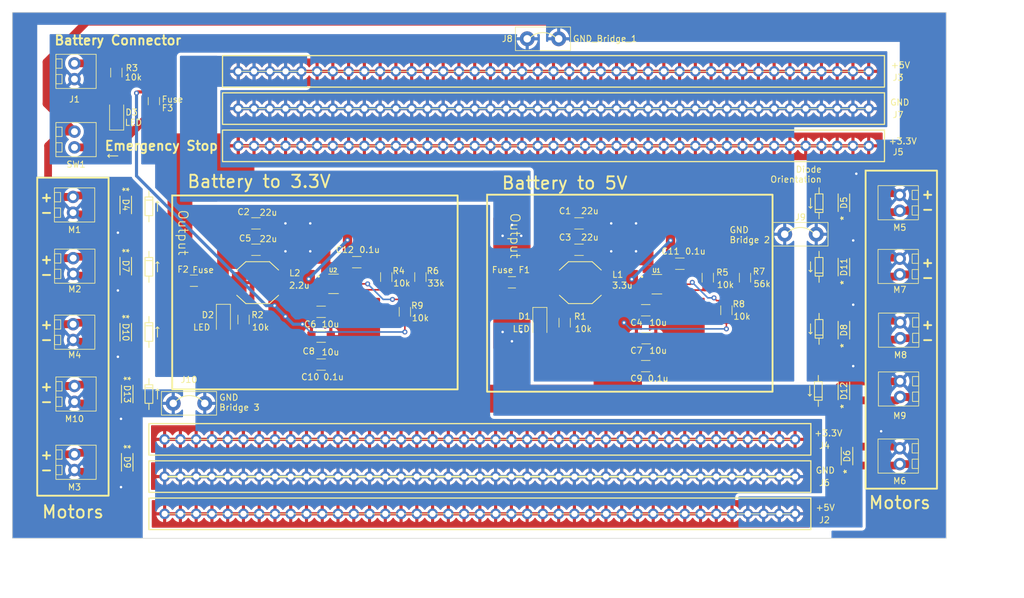
<source format=kicad_pcb>
(kicad_pcb (version 20221018) (generator pcbnew)
  (layers (0 "F.Cu" signal) (31 "B.Cu" signal) (34 "B.Paste" user) (35 "F.Paste" user) (36 "B.SilkS" user "B.Silkscreen") (37 "F.SilkS" user "F.Silkscreen") (38 "B.Mask" user) (39 "F.Mask" user) (44 "Edge.Cuts" user))
  (net 0 "")
  (net 1 "+5V")
  (net 2 "GND")
  (net 3 "+3.3V")
  (net 4 "/vin")
  (net 5 "/sw1")
  (net 6 "/vbst1")
  (net 7 "/sw2")
  (net 8 "/vbst2")
  (net 9 "/vfb2")
  (net 10 "/vfb1")
  (net 11 "/en1")
  (net 12 "/en2")
  (net 13 "/vout1")
  (net 14 "/vout2")
  (net 15 "Net-(D1-A)")
  (net 16 "+12V")
  (net 17 "Net-(D2-A)")
  (net 18 "Net-(D3-K)")
  (net 19 "Net-(D3-A)")
  (footprint "Power_Dist:GND_Bridge" (layer "F.Cu") (at 209 55.25)
    (fp_text reference "J9")
    (fp_text value "GND_Bridge_2" hide)
  )
  (footprint "RB070MM:DIO_RB051MM_ROM-M" (layer "F.Cu") (at 216 80.5 90)
    (fp_text reference "D12")
    (fp_text value "D")
  )
  (footprint "Power_Dist:Molex_Screw_Term_0397730002" (layer "F.Cu") (at 92 92 -90)
    (fp_text reference "M3")
    (fp_text value "Motor_DC")
  )
  (footprint "RB070MM:DIO_RB051MM_ROM-M" (layer "F.Cu") (at 216 50.17025 90)
    (fp_text reference "D5")
    (fp_text value "D")
  )
  (footprint "Capacitor_SMD:C_1206_3216Metric_Pad1.33x1.80mm_HandSolder" (layer "F.Cu") (at 131.75 71.75 180)
    (fp_text reference "C8")
    (fp_text value "10u")
  )
  (footprint "Power_Dist:GND_Bridge" (layer "F.Cu") (at 167.5 23.75)
    (fp_text reference "J8")
    (fp_text value "GND_Bridge_1")
  )
  (footprint "Power_Dist:Molex_Screw_Term_0397730002" (layer "F.Cu") (at 225 60.43645 90)
    (fp_text reference "M7")
    (fp_text value "Motor_DC")
  )
  (footprint "Power_Dist:Molex_Screw_Term_0397730002" (layer "F.Cu") (at 91.798 60.3981 -90)
    (fp_text reference "M2")
    (fp_text value "Motor_DC")
  )
  (footprint "Power_Dist:Pwr_Rail_Conn_Custom" (layer "F.Cu") (at 171.74 41 -90)
    (fp_text reference "J5")
    (fp_text value "+3.3V")
  )
  (footprint "Capacitor_SMD:C_1206_3216Metric_Pad1.33x1.80mm_HandSolder" (layer "F.Cu") (at 173.3125 57.75)
    (fp_text reference "C3")
    (fp_text value "22u")
  )
  (footprint "L_TDK_SPM6530:IND_SPM6530_TDK" (layer "F.Cu") (at 173.5 63)
    (fp_text reference "L1")
    (fp_text value "3.3u")
  )
  (footprint "RB070MM:DIO_RB051MM_ROM-M" (layer "F.Cu") (at 100.266 50.524 -90)
    (fp_text reference "D4")
    (fp_text value "D")
  )
  (footprint "Power_Dist:Molex_Screw_Term_0397730002" (layer "F.Cu") (at 225.0729 70.71 90)
    (fp_text reference "M8")
    (fp_text value "Motor_DC")
  )
  (footprint "RB070MM:DIO_RB051MM_ROM-M" (layer "F.Cu") (at 100.5 81 -90)
    (fp_text reference "D13")
    (fp_text value "D")
  )
  (footprint "RB070MM:DIO_RB051MM_ROM-M" (layer "F.Cu") (at 100.5 92 -90)
    (fp_text reference "D9")
    (fp_text value "D")
  )
  (footprint "Power_Dist:Molex_Screw_Term_0397730002" (layer "F.Cu") (at 225.0557 80.1851 90)
    (fp_text reference "M9")
    (fp_text value "Motor_DC")
  )
  (footprint "Capacitor_SMD:C_1206_3216Metric_Pad1.33x1.80mm_HandSolder" (layer "F.Cu") (at 184.0625 67.5 180)
    (fp_text reference "C4")
    (fp_text value "10u")
  )
  (footprint "LED_SMD:LED_1206_3216Metric_Pad1.42x1.75mm_HandSolder" (layer "F.Cu") (at 98.8 36 90)
    (fp_text reference "D3")
    (fp_text value "LED")
  )
  (footprint "Resistor_SMD:R_1206_3216Metric_Pad1.30x1.75mm_HandSolder" (layer "F.Cu") (at 171 69.5 -90)
    (fp_text reference "R1")
    (fp_text value "10k")
  )
  (footprint "Capacitor_SMD:C_1206_3216Metric_Pad1.33x1.80mm_HandSolder" (layer "F.Cu") (at 184.0625 76.5 180)
    (fp_text reference "C9")
    (fp_text value "0.1u")
  )
  (footprint "L_TDK_SPM6530:IND_SPM6530_TDK" (layer "F.Cu") (at 121.5 63)
    (fp_text reference "L2")
    (fp_text value "2.2u")
  )
  (footprint "Power_Dist:Pwr_Rail_Conn_Custom" (layer "F.Cu") (at 171.74 35 -90)
    (fp_text reference "J7")
    (fp_text value "GND")
  )
  (footprint "Capacitor_SMD:C_1206_3216Metric_Pad1.33x1.80mm_HandSolder" (layer "F.Cu") (at 173.3125 53.5)
    (fp_text reference "C1")
    (fp_text value "22u")
  )
  (footprint "Power_Dist:Pwr_Rail_Conn_Custom" (layer "F.Cu") (at 159.873 94.305 -90)
    (fp_text reference "J6")
    (fp_text value "GND")
  )
  (footprint "Capacitor_SMD:C_1206_3216Metric_Pad1.33x1.80mm_HandSolder" (layer "F.Cu") (at 137.5 59.75)
    (fp_text reference "C12")
    (fp_text value "0.1u")
  )
  (footprint "Fuse:Fuse_1206_3216Metric_Pad1.42x1.75mm_HandSolder" (layer "F.Cu") (at 111.252 62.738)
    (fp_text reference "F2")
    (fp_text value "Fuse")
  )
  (footprint "Power_Dist:TPS565201" (layer "F.Cu") (at 185.8625 63.30375)
    (fp_text reference "U1")
    (fp_text value "TPS565201")
  )
  (footprint "Power_Dist:Molex_Screw_Term_0397730002" (layer "F.Cu") (at 92 29 -90)
    (fp_text reference "J1")
    (fp_text value "Battery Connector")
  )
  (footprint "RB070MM:DIO_RB051MM_ROM-M" (layer "F.Cu") (at 100.266 60.3981 -90)
    (fp_text reference "D7")
    (fp_text value "D")
  )
  (footprint "Resistor_SMD:R_1206_3216Metric_Pad1.30x1.75mm_HandSolder" (layer "F.Cu") (at 194.0625 62.25 -90)
    (fp_text reference "R5")
    (fp_text value "10k")
  )
  (footprint "Power_Dist:Pwr_Rail_Conn_Custom" (layer "F.Cu") (at 171.74 29 -90)
    (fp_text reference "J3")
    (fp_text value "+5V")
  )
  (footprint "Resistor_SMD:R_1206_3216Metric_Pad1.30x1.75mm_HandSolder" (layer "F.Cu") (at 200.0625 62.25 90)
    (fp_text reference "R7")
    (fp_text value "56k")
  )
  (footprint "Power_Dist:Molex_Screw_Term_0397730002" (layer "F.Cu") (at 225 91 90)
    (fp_text reference "M6")
    (fp_text value "Motor_DC")
  )
  (footprint "Capacitor_SMD:C_1206_3216Metric_Pad1.33x1.80mm_HandSolder" (layer "F.Cu") (at 121.25 57.75)
    (fp_text reference "C5")
    (fp_text value "22u")
  )
  (footprint "Power_Dist:GND_Bridge" (layer "F.Cu") (at 110.46 82.5)
    (fp_text reference "J10")
    (fp_text value "GND_Bridge_3" hide)
  )
  (footprint "Power_Dist:TPS565201" (layer "F.Cu") (at 133.75 63.25)
    (fp_text reference "U2")
    (fp_text value "TPS565201")
  )
  (footprint "Fuse:Fuse_1206_3216Metric_Pad1.42x1.75mm_HandSolder" (layer "F.Cu") (at 162.5 63)
    (fp_text reference "F1")
    (fp_text value "Fuse")
  )
  (footprint "Power_Dist:Molex_Screw_Term_0397730002" (layer "F.Cu") (at 91.766 50.524 -90)
    (fp_text reference "M1")
    (fp_text value "Motor_DC")
  )
  (footprint "Power_Dist:Molex_Screw_Term_0397730002" (layer "F.Cu") (at 225 50.17025 90)
    (fp_text reference "M5")
    (fp_text value "Motor_DC")
  )
  (footprint "Resistor_SMD:R_1206_3216Metric_Pad1.30x1.75mm_HandSolder" (layer "F.Cu") (at 119.25 69 -90)
    (fp_text reference "R2")
    (fp_text value "10k")
  )
  (footprint "Resistor_SMD:R_1206_3216Metric_Pad1.30x1.75mm_HandSolder" (layer "F.Cu") (at 142.25 62.15 -90)
    (fp_text reference "R4")
    (fp_text value "10k")
  )
  (footprint "RB070MM:DIO_RB051MM_ROM-M" (layer "F.Cu") (at 216 70.71 90)
    (fp_text reference "D8")
    (fp_text value "D")
  )
  (footprint "Capacitor_SMD:C_1206_3216Metric_Pad1.33x1.80mm_HandSolder" (layer "F.Cu") (at 131.75 67.75 180)
    (fp_text reference "C6")
    (fp_text value "10u")
  )
  (footprint "Power_Dist:Pwr_Rail_Conn_Custom" (layer "F.Cu") (at 159.873 88.305 -90)
    (fp_text reference "J4")
    (fp_text value "+3.3V")
  )
  (footprint "RB070MM:DIO_RB051MM_ROM-M" (layer "F.Cu") (at 216.5 91 90)
    (fp_text reference "D6")
    (fp_text value "D")
  )
  (footprint "Power_Dist:Pwr_Rail_Conn_Custom" (layer "F.Cu") (at 159.873 100.305 -90)
    (fp_text reference "J2")
    (fp_text value "+5V")
  )
  (footprint "Resistor_SMD:R_1206_3216Metric_Pad1.30x1.75mm_HandSolder" (layer "F.Cu") (at 145.25 67.75 -90)
    (fp_text reference "R9")
    (fp_text value "10k")
  )
  (footprint "LED_SMD:LED_1206_3216Metric_Pad1.42x1.75mm_HandSolder" (layer "F.Cu") (at 167 69.5 -90)
    (fp_text reference "D1")
    (fp_text value "LED")
  )
  (footprint "Power_Dist:Molex_Screw_Term_0397730002" (layer "F.Cu") (at 92 40 -90)
    (fp_text reference "SW1")
    (fp_text value "Emergency Stop")
  )
  (footprint "Resistor_SMD:R_1206_3216Metric_Pad1.30x1.75mm_HandSolder" (layer "F.Cu") (at 98.75 29.2 -90)
    (fp_text reference "R3")
    (fp_text value "10k")
  )
  (footprint "RB070MM:DIO_RB051MM_ROM-M" (layer "F.Cu") (at 100.266 71.0385 -90)
    (fp_text reference "D10")
    (fp_text value "D")
  )
  (footprint "Capacitor_SMD:C_1206_3216Metric_Pad1.33x1.80mm_HandSolder" (layer "F.Cu") (at 184.125 72 180)
    (fp_text reference "C7")
    (fp_text value "10u")
  )
  (footprint "Power_Dist:Molex_Screw_Term_0397730002" (layer "F.Cu") (at 92 81 -90)
    (fp_text reference "M10")
    (fp_text value "Motor_DC")
  )
  (footprint "Capacitor_SMD:C_1206_3216Metric_Pad1.33x1.80mm_HandSolder" (layer "F.Cu") (at 131.75 76.25 180)
    (fp_text reference "C10")
    (fp_text value "0.1u")
  )
  (footprint "Fuse:Fuse_1206_3216Metric_Pad1.42x1.75mm_HandSolder" (layer "F.Cu") (at 104.8 33.8 -90)
    (fp_text reference "F3")
    (fp_text value "Fuse")
  )
  (footprint "LED_SMD:LED_1206_3216Metric_Pad1.42x1.75mm_HandSolder" (layer "F.Cu") (at 116 69 -90)
    (fp_text reference "D2")
    (fp_text value "LED")
  )
  (footprint "Capacitor_SMD:C_1206_3216Metric_Pad1.33x1.80mm_HandSolder" (layer "F.Cu") (at 189.5625 60)
    (fp_text reference "C11")
    (fp_text value "0.1u")
  )
  (footprint "Capacitor_SMD:C_1206_3216Metric_Pad1.33x1.80mm_HandSolder" (layer "F.Cu") (at 121.25 53.5)
    (fp_text reference "C2")
    (fp_text value "22u")
  )
  (footprint "Resistor_SMD:R_1206_3216Metric_Pad1.30x1.75mm_HandSolder" (layer "F.Cu") (at 147.75 62.15 90)
    (fp_text reference "R6")
    (fp_text value "33k")
  )
  (footprint "Power_Dist:Molex_Screw_Term_0397730002" (layer "F.Cu") (at 91.782 71.0385 -90)
    (fp_text reference "M4")
    (fp_text value "Motor_DC")
  )
  (footprint "RB070MM:DIO_RB051MM_ROM-M" (layer "F.Cu") (at 216 60.54485 90)
    (fp_text reference "D11")
    (fp_text value "D")
  )
  (footprint "Resistor_SMD:R_1206_3216Metric_Pad1.30x1.75mm_HandSolder" (layer "F.Cu") (at 197.0625 67.5 -90)
    (fp_text reference "R8")
    (fp_text value "10k")
  )
  (gr_line (start 97.375 42.625) (end 97.625 42.375) (stroke (width 0.15)) (layer "F.SilkS"))
  (gr_line (start 104 52.25) (end 104 53.25) (stroke (width 0.15)) (layer "F.SilkS"))
  (gr_rect (start 219.5 45) (end 231 96.25) (stroke (width 0.3)) (fill none) (layer "F.SilkS"))
  (gr_line (start 105.375 71.8125) (end 105.375 70.1875) (stroke (width 0.15)) (layer "F.SilkS"))
  (gr_line (start 210.5 81.3125) (end 210.25 81.0625) (stroke (width 0.15)) (layer "F.SilkS"))
  (gr_line (start 105.375 80.1875) (end 105.625 80.4375) (stroke (width 0.15)) (layer "F.SilkS"))
  (gr_line (start 105.375 61.3125) (end 105.375 59.6875) (stroke (width 0.15)) (layer "F.SilkS"))
  (gr_line (start 105.375 70.1875) (end 105.625 70.4375) (stroke (width 0.15)) (layer "F.SilkS"))
  (gr_arc (start 165 24.09317) (mid 167.5 22.75) (end 170 24.09317) (stroke (width 0.15)) (layer "F.SilkS"))
  (gr_line (start 105.375 80.1875) (end 105.125 80.4375) (stroke (width 0.15)) (layer "F.SilkS"))
  (gr_line (start 105.375 59.6875) (end 105.125 59.9375) (stroke (width 0.15)) (layer "F.SilkS"))
  (gr_line (start 211.875 79) (end 211.875 78) (stroke (width 0.15)) (layer "F.SilkS"))
  (gr_line (start 210.625 71.3125) (end 210.875 71.0625) (stroke (width 0.15)) (layer "F.SilkS"))
  (gr_line (start 212 62) (end 212 63) (stroke (width 0.15)) (layer "F.SilkS"))
  (gr_line (start 105.375 49.9375) (end 105.125 50.1875) (stroke (width 0.15)) (layer "F.SilkS"))
  (gr_line (start 212 72) (end 212 73) (stroke (width 0.15)) (layer "F.SilkS"))
  (gr_arc (start 108 82.59317) (mid 110.5 81.25) (end 113 82.59317) (stroke (width 0.15)) (layer "F.SilkS"))
  (gr_line (start 210.625 51.0625) (end 210.875 50.8125) (stroke (width 0.15)) (layer "F.SilkS"))
  (gr_line (start 211.875 82) (end 211.875 83) (stroke (width 0.15)) (layer "F.SilkS"))
  (gr_line (start 105.375 59.6875) (end 105.625 59.9375) (stroke (width 0.15)) (layer "F.SilkS"))
  (gr_line (start 103.375 70) (end 104.625 70) (stroke (width 0.15)) (layer "F.SilkS"))
  (gr_line (start 210.625 49.4375) (end 210.625 51.0625) (stroke (width 0.15)) (layer "F.SilkS"))
  (gr_rect (start 103.375 79.5) (end 104.625 82.5) (stroke (width 0.15)) (fill none) (layer "F.SilkS"))
  (gr_line (start 210.625 61.3125) (end 210.375 61.0625) (stroke (width 0.15)) (layer "F.SilkS"))
  (gr_rect (start 158.5 48.875) (end 204.5 80.625) (stroke (width 0.3)) (fill none) (layer "F.SilkS"))
  (gr_rect (start 103.375 49.25) (end 104.625 52.25) (stroke (width 0.15)) (fill none) (layer "F.SilkS"))
  (gr_line (start 212 51.75) (end 212 52.75) (stroke (width 0.15)) (layer "F.SilkS"))
  (gr_line (start 210.625 59.6875) (end 210.625 61.3125) (stroke (width 0.15)) (layer "F.SilkS"))
  (gr_line (start 210.625 51.0625) (end 210.375 50.8125) (stroke (width 0.15)) (layer "F.SilkS"))
  (gr_rect (start 86 46.133) (end 97.5 97.383) (stroke (width 0.3)) (fill none) (layer "F.SilkS"))
  (gr_line (start 103.375 80) (end 104.625 80) (stroke (width 0.15)) (layer "F.SilkS"))
  (gr_rect (start 211.375 69) (end 212.625 72) (stroke (width 0.15)) (fill none) (layer "F.SilkS"))
  (gr_line (start 97.375 42.625) (end 97.625 42.875) (stroke (width 0.15)) (layer "F.SilkS"))
  (gr_rect (start 103.375 69.5) (end 104.625 72.5) (stroke (width 0.15)) (fill none) (layer "F.SilkS"))
  (gr_line (start 104 72.5) (end 104 73.5) (stroke (width 0.15)) (layer "F.SilkS"))
  (gr_line (start 212.625 71.5) (end 211.375 71.5) (stroke (width 0.15)) (layer "F.SilkS"))
  (gr_rect (start 103.375 59) (end 104.625 62) (stroke (width 0.15)) (fill none) (layer "F.SilkS"))
  (gr_line (start 104 79.5) (end 104 78.5) (stroke (width 0.15)) (layer "F.SilkS"))
  (gr_line (start 210.625 71.3125) (end 210.375 71.0625) (stroke (width 0.15)) (layer "F.SilkS"))
  (gr_rect (start 211.25 79) (end 212.5 82) (stroke (width 0.15)) (fill none) (layer "F.SilkS"))
  (gr_line (start 212 69) (end 212 68) (stroke (width 0.15)) (layer "F.SilkS"))
  (gr_line (start 104 49.25) (end 104 48.25) (stroke (width 0.15)) (layer "F.SilkS"))
  (gr_line (start 212 48.75) (end 212 47.75) (stroke (width 0.15)) (layer "F.SilkS"))
  (gr_line (start 210.625 69.6875) (end 210.625 71.3125) (stroke (width 0.15)) (layer "F.SilkS"))
  (gr_line (start 105.375 49.9375) (end 105.625 50.1875) (stroke (width 0.15)) (layer "F.SilkS"))
  (gr_line (start 212.5 81.5) (end 211.25 81.5) (stroke (width 0.15)) (layer "F.SilkS"))
  (gr_arc (start 206.5 55.5) (mid 209 54.15683) (end 211.5 55.5) (stroke (width 0.15)) (layer "F.SilkS"))
  (gr_line (start 104 62) (end 104 63) (stroke (width 0.15)) (layer "F.SilkS"))
  (gr_line (start 104 69.5) (end 104 68.5) (stroke (width 0.15)) (layer "F.SilkS"))
  (gr_line (start 105.375 51.5625) (end 105.375 49.9375) (stroke (width 0.15)) (layer "F.SilkS"))
  (gr_rect (start 107.75 49) (end 153.75 80.25) (stroke (width 0.3)) (fill none) (layer "F.SilkS"))
  (gr_line (start 210.5 81.3125) (end 210.75 81.0625) (stroke (width 0.15)) (layer "F.SilkS"))
  (gr_line (start 210.625 61.3125) (end 210.875 61.0625) (stroke (width 0.15)) (layer "F.SilkS"))
  (gr_rect (start 211.375 48.75) (end 212.625 51.75) (stroke (width 0.15)) (fill none) (layer "F.SilkS"))
  (gr_line (start 104 82.5) (end 104 83.5) (stroke (width 0.15)) (layer "F.SilkS"))
  (gr_line (start 105.375 81.8125) (end 105.375 80.1875) (stroke (width 0.15)) (layer "F.SilkS"))
  (gr_line (start 99 42.625) (end 97.375 42.625) (stroke (width 0.15)) (layer "F.SilkS"))
  (gr_line (start 212 59) (end 212 58) (stroke (width 0.15)) (layer "F.SilkS"))
  (gr_line (start 104 59) (end 104 58) (stroke (width 0.15)) (layer "F.SilkS"))
  (gr_line (start 212.625 51.25) (end 211.375 51.25) (stroke (width 0.15)) (layer "F.SilkS"))
  (gr_line (start 210.5 79.6875) (end 210.5 81.3125) (stroke (width 0.15)) (layer "F.SilkS"))
  (gr_line (start 103.375 49.75) (end 104.625 49.75) (stroke (width 0.15)) (layer "F.SilkS"))
  (gr_line (start 103.375 59.5) (end 104.625 59.5) (stroke (width 0.15)) (layer "F.SilkS"))
  (gr_line (start 105.375 70.1875) (end 105.125 70.4375) (stroke (width 0.15)) (layer "F.SilkS"))
  (gr_rect (start 211.375 59) (end 212.625 62) (stroke (width 0.15)) (fill none) (layer "F.SilkS"))
  (gr_line (start 212.625 61.5) (end 211.375 61.5) (stroke (width 0.15)) (layer "F.SilkS"))
  (gr_rect (start 82 19.5) (end 232.5 104.25) (stroke (width 0.1)) (fill none) (layer "Edge.Cuts"))
  (gr_text "+\n-" (at 87.5 92) (layer "F.SilkS") (effects (font (size 1.5 1.5) (thickness 0.3)) (justify mirror)))
  (gr_text "Diode\nOrientation" (at 212.5 47) (layer "F.SilkS") (effects (font (size 1 1)) (justify right bottom)))
  (gr_text "Motors" (at 91.75 100) (layer "F.SilkS") (effects (font (size 2 2) (thickness 0.3))))
  (gr_text "Battery to 5V" (at 171 47) (layer "F.SilkS") (effects (font (size 2 2) (thickness 0.3))))
  (gr_text "+\n-" (at 87.5 71) (layer "F.SilkS") (effects (font (size 1.5 1.5) (thickness 0.3)) (justify mirror)))
  (gr_text "+\n-" (at 87.5 50.5) (layer "F.SilkS") (effects (font (size 1.5 1.5) (thickness 0.3)) (justify mirror)))
  (gr_text "Battery to 3.3V" (at 121.75 46.75) (layer "F.SilkS") (effects (font (size 2 2) (thickness 0.3))))
  (gr_text "+\n-" (at 229.5 61) (layer "F.SilkS") (effects (font (size 1.5 1.5) (thickness 0.3)) (justify mirror)))
  (gr_text "GND \nBridge 2" (at 197.5 56.75) (layer "F.SilkS") (effects (font (size 1 1)) (justify left bottom)))
  (gr_text "+\n-" (at 87.5 81) (layer "F.SilkS") (effects (font (size 1.5 1.5) (thickness 0.3)) (justify mirror)))
  (gr_text "Output" (at 109.5 55 270) (layer "F.SilkS") (effects (font (size 1.5 1.5))))
  (gr_text "Output" (at 163 55.5 270) (layer "F.SilkS") (effects (font (size 1.5 1.5))))
  (gr_text "+\n-" (at 229.5 71) (layer "F.SilkS") (effects (font (size 1.5 1.5) (thickness 0.3)) (justify mirror)))
  (gr_text "+\n-" (at 87.5 60.5) (layer "F.SilkS") (effects (font (size 1.5 1.5) (thickness 0.3)) (justify mirror)))
  (gr_text "GND \nBridge 3" (at 115.25 83.75) (layer "F.SilkS") (effects (font (size 1 1)) (justify left bottom)))
  (gr_text "Motors" (at 225 98.5) (layer "F.SilkS") (effects (font (size 2 2) (thickness 0.3))))
  (gr_text "+\n-" (at 229.5 50) (layer "F.SilkS") (effects (font (size 1.5 1.5) (thickness 0.3)) (justify mirror)))
  (segment (start 166.025 68.0125) (end 161.0125 63) (width 0.75) (layer "F.Cu") (net 1))
  (segment (start 167 68.0125) (end 166.025 68.0125) (width 0.5) (layer "F.Cu") (net 1))
  (via (at 161 55.5) (size 1.5) (drill 0.4) (layers "F.Cu" "B.Cu") (net 1))
  (via (at 164 71) (size 1.5) (drill 0.4) (layers "F.Cu" "B.Cu") (net 1))
  (via (at 161 71) (size 1.5) (drill 0.4) (layers "F.Cu" "B.Cu") (net 1))
  (via (at 162.5 53.75) (size 1.5) (drill 0.4) (layers "F.Cu" "B.Cu") (net 1))
  (via (at 162.5 72.5) (size 1.5) (drill 0.4) (layers "F.Cu" "B.Cu") (net 1))
  (via (at 164 55.5) (size 1.5) (drill 0.4) (layers "F.Cu" "B.Cu") (net 1))
  (segment (start 188.5625 53.25) (end 183.8125 53.25) (width 0.5) (layer "F.Cu") (net 2))
  (segment (start 100.266 72.5625) (end 100.9375 72.5625) (width 0.5) (layer "F.Cu") (net 2))
  (segment (start 142.25 58.75) (end 136.75 53.25) (width 0.5) (layer "F.Cu") (net 2))
  (segment (start 214.5 57.52085) (end 214.5 49.5) (width 0.5) (layer "F.Cu") (net 2))
  (segment (start 194.0625 60.7) (end 194.0625 58.75) (width 0.5) (layer "F.Cu") (net 2))
  (segment (start 133.75 61) (end 133.5 60.75) (width 0.25) (layer "F.Cu") (net 2))
  (segment (start 100.721154 61.9221) (end 101.5 61.143254) (width 0.5) (layer "F.Cu") (net 2))
  (segment (start 185.8125 62.35375) (end 185.8625 62.40375) (width 0.25) (layer "F.Cu") (net 2))
  (segment (start 216 69.186) (end 224.7989 69.186) (width 1.25) (layer "F.Cu") (net 2))
  (segment (start 100.5 82.524) (end 92.274 82.524) (width 1.25) (layer "F.Cu") (net 2))
  (segment (start 216 68.10865) (end 217.5 66.60865) (width 0.5) (layer "F.Cu") (net 2))
  (segment (start 224.726 89.476) (end 225 89.75) (width 1.25) (layer "F.Cu") (net 2))
  (segment (start 214.5 80.020846) (end 215.544846 78.976) (width 0.5) (layer "F.Cu") (net 2))
  (segment (start 220.5 89.57735) (end 220.5 88.5) (width 0.5) (layer "F.Cu") (net 2))
  (segment (start 214.5 68.5) (end 214.5 60.065696) (width 0.5) (layer "F.Cu") (net 2))
  (segment (start 214.5 88) (end 214.5 80.020846) (width 0.5) (layer "F.Cu") (net 2))
  (segment (start 100.633 82.633) (end 100.633 83.867) (width 0.5) (layer "F.Cu") (net 2))
  (segment (start 100.266 61.9221) (end 100.266 63.0465) (width 0.5) (layer "F.Cu") (net 2))
  (segment (start 102.5 84.524) (end 102.5 92.5) (width 0.5) (layer "F.Cu") (net 2))
  (segment (start 185.8625 67.24125) (end 185.8625 62.40375) (width 0.25) (layer "F.Cu") (net 2))
  (segment (start 92.072 61.9221) (end 91.798 61.6481) (width 1.25) (layer "F.Cu") (net 2))
  (segment (start 216 48.64625) (end 216 47.5) (width 0.5) (layer "F.Cu") (net 2))
  (segment (start 216 59.02085) (end 216 57.75) (width 0.5) (layer "F.Cu") (net 2))
  (segment (start 216.5 89.476) (end 215.976 89.476) (width 1.25) (layer "F.Cu") (net 2))
  (segment (start 102 73.625) (end 102 81.5) (width 0.5) (layer "F.Cu") (net 2))
  (segment (start 215.314 69.186) (end 215.186 69.186) (width 0.5) (layer "F.Cu") (net 2))
  (segment (start 225.0148 78.976) (end 225.0557 78.9351) (width 1.25) (layer "F.Cu") (net 2))
  (segment (start 100.5 93.524) (end 92.274 93.524) (width 1.25) (layer "F.Cu") (net 2))
  (segment (start 215.544846 78.976) (end 214.5 77.931154) (width 0.5) (layer "F.Cu") (net 2))
  (segment (start 215.544846 59.02085) (end 216 59.02085) (width 0.5) (layer "F.Cu") (net 2))
  (segment (start 101.024 93.524) (end 100.5 93.524) (width 0.5) (layer "F.Cu") (net 2))
  (segment (start 214.5 60.065696) (end 215.544846 59.02085) (width 0.5) (layer "F.Cu") (net 2))
  (segment (start 100.633 93.633) (end 100.633 94.867) (width 0.5) (layer "F.Cu") (net 2))
  (segment (start 215.35375 48.64625) (end 216 48.64625) (width 0.5) (layer "F.Cu") (net 2))
  (segment (start 100.9375 72.5625) (end 102 73.625) (width 0.5) (layer "F.Cu") (net 2))
  (segment (start 101.5 61.143254) (end 101.5 53.282) (width 0.5) (layer "F.Cu") (net 2))
  (segment (start 101.5 53.282) (end 100.266 52.048) (width 0.5) (layer "F.Cu") (net 2))
  (segment (start 92.056 72.5625) (end 91.782 72.2885) (width 1) (layer "F.Cu") (net 2))
  (segment (start 216.5 89.476) (end 224.726 89.476) (width 1.25) (layer "F.Cu") (net 2))
  (segment (start 215.544846 78.976) (end 216 78.976) (width 0.5) (layer "F.Cu") (net 2))
  (segment (start 100.5 82.524) (end 102.5 84.524) (width 0.5) (layer "F.Cu") (net 2))
  (segment (start 214.5 77.931154) (end 214.5 70) (width 0.5) (layer "F.Cu") (net 2))
  (segment (start 216 59.02085) (end 214.5 57.52085) (width 0.5) (layer "F.Cu") (net 2))
  (segment (start 216 47.5) (end 218 45.5) (width 0.5) (layer "F.Cu") (net 2))
  (segment (start 215.314 69.186) (end 216 69.186) (width 0.5) (layer "F.Cu") (net 2))
  (segment (start 215.186 69.186) (end 214.5 68.5) (width 0.5) (layer "F.Cu") (net 2))
  (segment (start 224.726 48.64625) (end 225 48.92025) (width 1.25) (layer "F.Cu") (net 2))
  (segment (start 102 81.5) (end 100.976 82.524) (width 0.5) (layer "F.Cu") (net 2))
  (segment (start 100.266 53.734) (end 99 55) (width 0.5) (layer "F.Cu") (net 2))
  (segment (start 136.75 53.25) (end 131.75 53.25) (width 0.5) (layer "F.Cu") (net 2))
  (segment (start 92.274 93.524) (end 92 93.25) (width 1.25) (layer "F.Cu") (net 2))
  (segment (start 142.25 60.6) (end 142.25 58.75) (width 0.5) (layer "F.Cu") (net 2))
  (segment (start 216 79.07735) (end 216 78) (width 0.5) (layer "F.Cu") (net 2))
  (segment (start 194.0625 58.75) (end 188.5625 53.25) (width 0.5) (layer "F.Cu") (net 2))
  (segment (start 100.266 72.5625) (end 100.266 73.7965) (width 0.5) (layer "F.Cu") (net 2))
  (segment (start 216 78) (end 217.5 76.5) (width 0.5) (layer "F.Cu") (net 2))
  (segment (start 214.5 49.5) (end 215.35375 48.64625) (width 0.5) (layer "F.Cu") (net 2))
  (segment (start 216 59.02085) (end 224.8344 59.02085) (width 1.25) (layer "F.Cu") (net 2))
  (segment (start 100.266 61.9221) (end 92.072 61.9221) (width 1.25) (layer "F.Cu") (net 2))
  (segment (start 102 71.5) (end 102 63.6561) (width 0.5) (layer "F.Cu") (net 2))
  (segment (start 100.266 52.048) (end 100.266 53.734) (width 0.5) (layer "F.Cu") (net 2))
  (segment (start 92.274 82.524) (end 92 82.25) (width 1.25) (layer "F.Cu") (net 2))
  (segment (start 102.5 92.5) (end 101.476 93.524) (width 0.5) (layer "F.Cu") (net 2))
  (segment (start 216 69.186) (end 216 68.10865) (width 0.5) (layer "F.Cu") (net 2))
  (segment (start 101.476 93.524) (end 101.024 93.524) (width 0.5) (layer "F.Cu") (net 2))
  (segment (start 100.633 94.867) (end 99.367 96.133) (width 0.5) (layer "F.Cu") (net 2))
  (segment (start 216 57.75) (end 217.5 56.25) (width 0.5) (layer "F.Cu") (net 2))
  (segment (start 224.8344 59.02085) (end 225 59.18645) (width 1.25) (layer "F.Cu") (net 2))
  (segment (start 100.266 72.5625) (end 92.056 72.5625) (width 1.25) (layer "F.Cu") (net 2))
  (segment (start 102 63.6561) (end 100.266 61.9221) (width 0.5) (layer "F.Cu") (net 2))
  (segment (start 216 48.64625) (end 224.726 48.64625) (width 1.25) (layer "F.Cu") (net 2))
  (segment (start 215.976 89.476) (end 214.5 88) (width 0.5) (layer "F.Cu") (net 2))
  (segment (start 100.633 83.867) (end 99.367 85.133) (width 0.5) (layer "F.Cu") (net 2))
  (segment (start 92.04 52.048) (end 91.766 51.774) (width 1.25) (layer "F.Cu") (net 2))
  (segment (start 184.7075 62.35375) (end 185.8125 62.35375) (width 0.25) (layer "F.Cu") (net 2))
  (segment (start 100.976 82.524) (end 100.5 82.524) (width 0.5) (layer "F.Cu") (net 2))
  (segment (start 100.9375 72.5625) (end 102 71.5) (width 0.5) (layer "F.Cu") (net 2))
  (segment (start 100.266 73.7965) (end 99 75.0625) (width 0.5) (layer "F.Cu") (net 2))
  (segment (start 100.266 52.048) (end 92.04 52.048) (width 1.25) (layer "F.Cu") (net 2))
  (segment (start 216 78.976) (end 225.0148 78.976) (width 1.25) (layer "F.Cu") (net 2))
  (segment (start 100.266 61.9221) (end 100.721154 61.9221) (width 0.5) (layer "F.Cu") (net 2))
  (segment (start 224.7989 69.186) (end 225.0729 69.46) (width 1.25) (layer "F.Cu") (net 2))
  (segment (start 100.266 63.0465) (end 99 64.3125) (width 0.5) (layer "F.Cu") (net 2))
  (segment (start 220.5 88.5) (end 222 87) (width 0.5) (layer "F.Cu") (net 2))
  (segment (start 214.5 70) (end 215.314 69.186) (width 0.5) (layer "F.Cu") (net 2))
  (via (at 126 58) (size 0.8) (drill 0.4) (layers "F.Cu" "B.Cu") (net 2))
  (via (at 217.5 66.60865) (size 1) (drill 0.4) (layers "F.Cu" "B.Cu") (net 2))
  (via (at 99 55) (size 1) (drill 0.4) (layers "F.Cu" "B.Cu") (net 2))
  (via (at 126 53.5) (size 0.8) (drill 0.4) (layers "F.Cu" "B.Cu") (net 2))
  (via (at 182.5 58) (size 0.8) (drill 0.4) (layers "F.Cu" "B.Cu") (net 2))
  (via (at 130 53.5) (size 0.8) (drill 0.4) (layers "F.Cu" "B.Cu") (net 2))
  (via (at 178.5 53.5) (size 0.8) (drill 0.4) (layers "F.Cu" "B.Cu") (net 2))
  (via (at 182.5 53.5) (size 0.8) (drill 0.4) (layers "F.Cu" "B.Cu") (net 2))
  (via (at 99 64.3125) (size 1) (drill 0.4) (layers "F.Cu" "B.Cu") (net 2))
  (via (at 99.5 85) (size 1) (drill 0.4) (layers "F.Cu" "B.Cu") (net 2))
  (via (at 217.5 76.5) (size 1) (drill 0.4) (layers "F.Cu" "B.Cu") (net 2))
  (via (at 222 87) (size 1) (drill 0.4) (layers "F.Cu" "B.Cu") (net 2))
  (via (at 218 45.5) (size 1) (drill 0.4) (layers "F.Cu" "B.Cu") (net 2))
  (via (at 99 75) (size 1) (drill 0.4) (layers "F.Cu" "B.Cu") (net 2))
  (via (at 130 58) (size 0.8) (drill 0.4) (layers "F.Cu" "B.Cu") (net 2))
  (via (at 217.5 56.25) (size 1) (drill 0.4) (layers "F.Cu" "B.Cu") (net 2))
  (via (at 99.5 96) (size 1) (drill 0.4) (layers "F.Cu" "B.Cu") (net 2))
  (via (at 178.5 58) (size 0.8) (drill 0.4) (layers "F.Cu" "B.Cu") (net 2))
  (segment (start 116 67.5125) (end 114.539 67.5125) (width 0.25) (layer "F.Cu") (net 3))
  (segment (start 109.7625 62.74) (end 109.7645 62.738) (width 0.5) (layer "F.Cu") (net 3))
  (segment (start 114.539 67.5125) (end 109.7645 62.738) (width 0.25) (layer "F.Cu") (net 3))
  (segment (start 98.69 27.71) (end 100.1975 27.71) (width 1.25) (layer "F.Cu") (net 4))
  (segment (start 98.69 27.71) (end 98.75 27.65) (width 1.25) (layer "F.Cu") (net 4))
  (segment (start 100.1975 27.71) (end 104.8 32.3125) (width 1.25) (layer "F.Cu") (net 4))
  (segment (start 132.595 64.2) (end 131.05 64.2) (width 0.5) (layer "F.Cu") (net 4))
  (segment (start 184.7075 64.25375) (end 183.20875 64.25375) (width 0.5) (layer "F.Cu") (net 4))
  (segment (start 102.1875 32.3125) (end 102 32.5) (width 0.5) (layer "F.Cu") (net 4))
  (segment (start 92 27.71) (end 98.69 27.71) (width 1.25) (layer "F.Cu") (net 4))
  (segment (start 131.05 64.2) (end 130.5 64.75) (width 0.5) (layer "F.Cu") (net 4))
  (segment (start 104.8 32.3125) (end 102.1875 32.3125) (width 0.5) (layer "F.Cu") (net 4))
  (segment (start 197.0625 69.05) (end 197.0625 70.5) (width 0.25) (layer "F.Cu") (net 4))
  (segment (start 145.25 69.3) (end 145.25 71) (width 0.25) (layer "F.Cu") (net 4))
  (segment (start 183.20875 64.25375) (end 183.0625 64.4) (width 0.5) (layer "F.Cu") (net 4))
  (via (at 180.5625 69.5) (size 0.8) (drill 0.4) (layers "F.Cu" "B.Cu") (net 4))
  (via (at 102 32.5) (size 0.8) (drill 0.4) (layers "F.Cu" "B.Cu") (net 4))
  (via (at 126 68.5) (size 0.8) (drill 0.4) (layers "F.Cu" "B.Cu") (net 4))
  (via (at 197.0625 70.5) (size 0.8) (drill 0.4) (layers "F.Cu" "B.Cu") (net 4))
  (via (at 128.75 69.75) (size 0.8) (drill 0.4) (layers "F.Cu" "B.Cu") (net 4))
  (via (at 124.25 66.75) (size 0.8) (drill 0.4) (layers "F.Cu" "B.Cu") (net 4))
  (via (at 145.25 71) (size 0.8) (drill 0.4) (layers "F.Cu" "B.Cu") (net 4))
  (segment (start 122.896446 66.75) (end 124.25 66.75) (width 0.5) (layer "B.Cu") (net 4))
  (segment (start 181.5625 70.5) (end 180.5625 69.5) (width 0.25) (layer "B.Cu") (net 4))
  (segment (start 102 45.853554) (end 122.896446 66.75) (width 0.5) (layer "B.Cu") (net 4))
  (segment (start 145.25 71) (end 130 71) (width 0.25) (layer "B.Cu") (net 4))
  (segment (start 197.0625 70.5) (end 181.5625 70.5) (width 0.25) (layer "B.Cu") (net 4))
  (segment (start 126 68.5) (end 127.25 69.75) (width 0.5) (layer "B.Cu") (net 4))
  (segment (start 124.25 66.75) (end 126 68.5) (width 0.5) (layer "B.Cu") (net 4))
  (segment (start 130 71) (end 128.75 69.75) (width 0.25) (layer "B.Cu") (net 4))
  (segment (start 102 32.5) (end 102 45.853554) (width 0.5) (layer "B.Cu") (net 4))
  (segment (start 127.25 69.75) (end 128.75 69.75) (width 0.5) (layer "B.Cu") (net 4))
  (segment (start 177.399999 62.5) (end 178.1 62.5) (width 2) (layer "F.Cu") (net 5))
  (segment (start 188 60) (end 188 58.0625) (width 0.5) (layer "F.Cu") (net 5))
  (segment (start 188 58.0625) (end 188.0625 58) (width 0.25) (layer "F.Cu") (net 5))
  (segment (start 184.7075 63.30375) (end 182.61625 63.30375) (width 0.5) (layer "F.Cu") (net 5))
  (segment (start 182.61625 63.30375) (end 182.3125 63) (width 0.5) (layer "F.Cu") (net 5))
  (via (at 188.0625 56.25) (size 0.8) (drill 0.4) (layers "F.Cu" "B.Cu") (net 5))
  (via (at 181.8125 62.5) (size 0.8) (drill 0.4) (layers "F.Cu" "B.Cu") (net 5))
  (segment (start 188.0625 56.25) (end 181.8125 62.5) (width 0.5) (layer "B.Cu") (net 5))
  (segment (start 187.0175 62.35375) (end 188.77125 62.35375) (width 0.5) (layer "F.Cu") (net 6))
  (segment (start 188.77125 62.35375) (end 191.125 60) (width 0.5) (layer "F.Cu") (net 6))
  (segment (start 124.549999 62.5) (end 127.45 62.5) (width 2) (layer "F.Cu") (net 7))
  (segment (start 135.9375 59.6875) (end 135.9375 57.75) (width 0.5) (layer "F.Cu") (net 7))
  (segment (start 132.645 63.24125) (end 130.55375 63.24125) (width 0.5) (layer "F.Cu") (net 7))
  (segment (start 130.55375 63.24125) (end 130.25 62.9375) (width 0.5) (layer "F.Cu") (net 7))
  (via (at 136 56.1875) (size 0.8) (drill 0.4) (layers "F.Cu" "B.Cu") (net 7))
  (via (at 129.75 62.4375) (size 0.8) (drill 0.4) (layers "F.Cu" "B.Cu") (net 7))
  (segment (start 136 56.1875) (end 129.75 62.4375) (width 0.5) (layer "B.Cu") (net 7))
  (segment (start 136.5125 62.3) (end 139.0625 59.75) (width 0.5) (layer "F.Cu") (net 8))
  (segment (start 134.905 62.3) (end 136.5125 62.3) (width 0.5) (layer "F.Cu") (net 8))
  (segment (start 134.905 64.2) (end 141.75 64.2) (width 0.25) (layer "F.Cu") (net 9))
  (segment (start 134.905 64.2) (end 147.25 64.2) (width 0.25) (layer "F.Cu") (net 9))
  (segment (start 141.75 64.2) (end 142.25 63.7) (width 0.25) (layer "F.Cu") (net 9))
  (segment (start 147.25 64.2) (end 147.75 63.7) (width 0.25) (layer "F.Cu") (net 9))
  (segment (start 199.60875 64.25375) (end 200.0625 63.8) (width 0.25) (layer "F.Cu") (net 10))
  (segment (start 187.0175 64.25375) (end 193.60875 64.25375) (width 0.25) (layer "F.Cu") (net 10))
  (segment (start 187.0175 64.25375) (end 199.60875 64.25375) (width 0.25) (layer "F.Cu") (net 10))
  (segment (start 193.60875 64.25375) (end 194.0625 63.8) (width 0.25) (layer "F.Cu") (net 10))
  (segment (start 197.0625 65.95) (end 195.5125 65.95) (width 0.25) (layer "F.Cu") (net 11))
  (segment (start 187.0175 63.30375) (end 191.25875 63.30375) (width 0.25) (layer "F.Cu") (net 11))
  (segment (start 191.25875 63.30375) (end 191.5625 63) (width 0.25) (layer "F.Cu") (net 11))
  (segment (start 195.5125 65.95) (end 195.0625 65.5) (width 0.25) (layer "F.Cu") (net 11))
  (via (at 191.5625 63) (size 0.8) (drill 0.4) (layers "F.Cu" "B.Cu") (net 11))
  (via (at 195.0625 65.5) (size 0.8) (drill 0.4) (layers "F.Cu" "B.Cu") (net 11))
  (segment (start 195.0625 65.5) (end 194.0625 65.5) (width 0.25) (layer "B.Cu") (net 11))
  (segment (start 194.0625 65.5) (end 191.5625 63) (width 0.25) (layer "B.Cu") (net 11))
  (segment (start 134.905 63.25) (end 139.25 63.25) (width 0.25) (layer "F.Cu") (net 12))
  (segment (start 144.8 65.75) (end 143.25 65.75) (width 0.25) (layer "F.Cu") (net 12))
  (segment (start 145.25 66.2) (end 144.8 65.75) (width 0.25) (layer "F.Cu") (net 12))
  (via (at 143.25 65.75) (size 0.8) (drill 0.4) (layers "F.Cu" "B.Cu") (net 12))
  (via (at 139.25 63.25) (size 0.8) (drill 0.4) (layers "F.Cu" "B.Cu") (net 12))
  (segment (start 141.75 65.75) (end 139.25 63.25) (width 0.25) (layer "B.Cu") (net 12))
  (segment (start 143.25 65.75) (end 141.75 65.75) (width 0.25) (layer "B.Cu") (net 12))
  (segment (start 174 51.25) (end 171.75 53.5) (width 0.25) (layer "F.Cu") (net 13))
  (segment (start 200.0625 60.7) (end 197.2625 60.7) (width 0.25) (layer "F.Cu") (net 13))
  (segment (start 170.25 63.049999) (end 168.049999 63.049999) (width 2) (layer "F.Cu") (net 13))
  (segment (start 163.9875 63) (end 168 63) (width 0.75) (layer "F.Cu") (net 13))
  (segment (start 168 63) (end 168.5 63) (width 0.75) (layer "F.Cu") (net 13))
  (segment (start 168.049999 63.049999) (end 168 63) (width 0.25) (layer "F.Cu") (net 13))
  (segment (start 197.2625 60.7) (end 187.8125 51.25) (width 0.25) (layer "F.Cu") (net 13))
  (segment (start 171 67.95) (end 171 64.5) (width 0.25) (layer "F.Cu") (net 13))
  (segment (start 187.8125 51.25) (end 174 51.25) (width 0.25) (layer "F.Cu") (net 13))
  (segment (start 171 64.5) (end 171 64) (width 0.25) (layer "F.Cu") (net 13))
  (segment (start 118.55 63.049999) (end 116.549999 63.049999) (width 2) (layer "F.Cu") (net 14))
  (segment (start 138.4 51.25) (end 121.9375 51.25) (width 0.25) (layer "F.Cu") (net 14))
  (segment (start 119.25 67.45) (end 119.25 64.5) (width 0.25) (layer "F.Cu") (net 14))
  (segment (start 112.7395 62.738) (end 116.238 62.738) (width 0.75) (layer "F.Cu") (net 14))
  (segment (start 147.75 60.6) (end 138.4 51.25) (width 0.25) (layer "F.Cu") (net 14))
  (segment (start 121.9375 51.25) (end 119.6875 53.5) (width 0.25) (layer "F.Cu") (net 14))
  (segment (start 167.0625 71.05) (end 167 70.9875) (width 0.25) (layer "F.Cu") (net 15))
  (segment (start 171 71.05) (end 167.0625 71.05) (width 0.25) (layer "F.Cu") (net 15))
  (segment (start 225 51.46025) (end 226.28975 51.46025) (width 1.25) (layer "F.Cu") (net 16))
  (segment (start 87.5 57) (end 89.6081 59.1081) (width 1.25) (layer "F.Cu") (net 16))
  (segment (start 224.5068 82.024) (end 225.0557 81.4751) (width 1.25) (layer "F.Cu") (net 16))
  (segment (start 87.75 46.75) (end 87.75 41) (width 1.25) (layer "F.Cu") (net 16))
  (segment (start 226.28975 51.46025) (end 229 48.75) (width 1.25) (layer "F.Cu") (net 16))
  (segment (start 229 63.5) (end 229 70) (width 1.25) (layer "F.Cu") (net 16))
  (segment (start 89.6081 59.1081) (end 91.798 59.1081) (width 1.25) (layer "F.Cu") (net 16))
  (segment (start 91.766 49.234) (end 90.234 49.234) (width 1.25) (layer "F.Cu") (net 16))
  (segment (start 87.5 61.5) (end 87.5 67.5) (width 1.25) (layer "F.Cu") (net 16))
  (segment (start 87.75 41) (end 90.04 38.71) (width 1.25) (layer "F.Cu") (net 16))
  (segment (start 87.5 34.21) (end 92 38.71) (width 1.25) (layer "F.Cu") (net 16))
  (segment (start 91.782 69.7485) (end 90.2515 69.7485) (width 1.25) (layer "F.Cu") (net 16))
  (segment (start 229 80) (end 227.5 81.5) (width 1.25) (layer "F.Cu") (net 16))
  (segment (start 226.46025 51.46025) (end 229 54) (width 1.25) (layer "F.Cu") (net 16))
  (segment (start 225.0557 81.4751) (end 226.4751 81.4751) (width 1.25) (layer "F.Cu") (net 16))
  (segment (start 229 70) (end 227 72) (width 1.25) (layer "F.Cu") (net 16))
  (segment (start 224.766 92.524) (end 216.5 92.524) (width 1.25) (layer "F.Cu") (net 16))
  (segment (start 229 54) (end 229 60) (width 1.25) (layer "F.Cu") (net 16))
  (segment (start 224.8389 72.234) (end 225.0729 72) (width 1.25) (layer "F.Cu") (net 16))
  (segment (start 89.8919 59.1081) (end 87.5 61.5) (width 1.25) (layer "F.Cu") (net 16))
  (segment (start 87.5 72.5) (end 87.5 77.5) (width 1.25) (layer "F.Cu") (net 16))
  (segment (start 216 62.06885) (end 224.6576 62.06885) (width 1.25) (layer "F.Cu") (net 16))
  (segment (start 91.766 49.234) (end 89.766 49.234) (width 1.25) (layer "F.Cu") (net 16))
  (segment (start 92 79.71) (end 89.29 79.71) (width 1.25) (layer "F.Cu") (net 16))
  (segment (start 227.5 81.5) (end 227.4751 81.4751) (width 1.25) (layer "F.Cu") (net 16))
  (segment (start 224.6576 62.06885) (end 225 61.72645) (width 1.25) (layer "F.Cu") (net 16))
  (segment (start 223.5 21) (end 94 21) (width 1.25) (layer "F.Cu") (net 16))
  (segment (start 229 90.5) (end 227.21 92.29) (width 1.25) (layer "F.Cu") (net 16))
  (segment (start 90.04 38.71) (end 92 38.71) (width 1.25) (layer "F.Cu") (net 16))
  (segment (start 229 26.5) (end 223.5 21) (width 1.25) (layer "F.Cu") (net 16))
  (segment (start 92 79.71) (end 92.234 79.476) (width 1.25) (layer "F.Cu") (net 16))
  (segment (start 225 92.29) (end 224.766 92.524) (width 1.25) (layer "F.Cu") (net 16))
  (segment (start 91.798 59.1081) (end 89.8919 59.1081) (width 1.25) (layer "F.Cu") (net 16))
  (segment (start 226.4751 81.4751) (end 229 84) (width 1.25) (layer "F.Cu") (net 16))
  (segment (start 216 51.69425) (end 224.766 51.69425) (width 1.25) (layer "F.Cu") (net 16))
  (segment (start 87.5 51.5) (end 87.5 57) (width 1.25) (layer "F.Cu") (net 16))
  (segment (start 225 61.72645) (end 227.22645 61.72645) (width 1.25) (layer "F.Cu") (net 16))
  (segment (start 227.4751 81.4751) (end 225.0557 81.4751) (width 1.25) (layer "F.Cu") (net 16))
  (segment (start 89.71 79.71) (end 92 79.71) (width 1.25) (layer "F.Cu") (net 16))
  (segment (start 87.5 27.5) (end 87.5 34.21) (width 1.25) (layer "F.Cu") (net 16))
  (segment (start 89.766 49.234) (end 87.5 51.5) (width 1.25) (layer "F.Cu") (net 16))
  (segment (start 89.29 79.71) (end 87.5 81.5) (width 1.25) (layer "F.Cu") (net 16))
  (segment (start 87.5 67.5) (end 89.7485 69.7485) (width 1.25) (layer "F.Cu") (net 16))
  (segment (start 92 90.71) (end 92.234 90.476) (width 1.25) (layer "F.Cu") (net 16))
  (segment (start 227.27355 61.72645) (end 225 61.72645) (width 1.25) (layer "F.Cu") (net 16))
  (segment (start 94 21) (end 87.5 27.5) (width 1.25) (layer "F.Cu") (net 16))
  (segment (start 90.234 49.234) (end 87.75 46.75) (width 1.25) (layer "F.Cu") (net 16))
  (segment (start 92.032 58.8741) (end 91.798 59.1081) (width 1.25) (layer "F.Cu") (net 16))
  (segment (start 92.016 69.5145) (end 91.782 69.7485) (width 1.25) (layer "F.Cu") (net 16))
  (segment (start 87.5 77.5) (end 89.71 79.71) (width 1.25) (layer "F.Cu") (net 16))
  (segment (start 100.266 49) (end 92 49) (width 1.25) (layer "F.Cu") (net 16))
  (segment (start 227 72) (end 225.0729 72) (width 1.25) (layer "F.Cu") (net 16))
  (segment (start 100.266 58.8741) (end 92.032 58.8741) (width 1.25) (layer "F.Cu") (net 16))
  (segment (start 92.234 79.476) (end 100.5 79.476) (width 1.25) (layer "F.Cu") (net 16))
  (segment (start 229 60) (end 227.27355 61.72645) (width 1.25) (layer "F.Cu") (net 16))
  (segment (start 89.21 90.71) (end 92 90.71) (width 1.25) (layer "F.Cu") (net 16))
  (segment (start 216 72.234) (end 224.8389 72.234) (width 1.25) (layer "F.Cu") (net 16))
  (segment (start 89.7485 69.7485) (end 91.782 69.7485) (width 1.25) (layer "F.Cu") (net 16))
  (segment (start 87.5 81.5) (end 87.5 89) (width 1.25) (layer "F.Cu") (net 16))
  (segment (start 229 74) (end 229 80) (width 1.25) (layer "F.Cu") (net 16))
  (segment (start 224.766 51.69425) (end 225 51.46025) (width 1.25) (layer "F.Cu") (net 16))
  (segment (start 229 84) (end 229 90.5) (width 1.25) (layer "F.Cu") (net 16))
  (segment (start 87.5 89) (end 89.21 90.71) (width 1.25) (layer "F.Cu") (net 16))
  (segment (start 92.234 90.476) (end 100.5 90.476) (width 1.25) (layer "F.Cu") (net 16))
  (segment (start 227.22645 61.72645) (end 229 63.5) (width 1.25) (layer "F.Cu") (net 16))
  (segment (start 100.266 69.5145) (end 92.016 69.5145) (width 1.25) (layer "F.Cu") (net 16))
  (segment (start 216 82.024) (end 224.5068 82.024) (width 1.25) (layer "F.Cu") (net 16))
  (segment (start 90.2515 69.7485) (end 87.5 72.5) (width 1.25) (layer "F.Cu") (net 16))
  (segment (start 229 48.75) (end 229 26.5) (width 1.25) (layer "F.Cu") (net 16))
  (segment (start 92 49) (end 91.766 49.234) (width 1.25) (layer "F.Cu") (net 16))
  (segment (start 225 51.46025) (end 226.46025 51.46025) (width 1.25) (layer "F.Cu") (net 16))
  (segment (start 227.21 92.29) (end 225 92.29) (width 1.25) (layer "F.Cu") (net 16))
  (segment (start 227 72) (end 229 74) (width 1.25) (layer "F.Cu") (net 16))
  (segment (start 116.0625 70.55) (end 116 70.4875) (width 0.25) (layer "F.Cu") (net 17))
  (segment (start 119.25 70.55) (end 116.0625 70.55) (width 0.25) (layer "F.Cu") (net 17))
  (segment (start 99.35625 38.04375) (end 102.04375 38.04375) (width 0.25) (layer "F.Cu") (net 18))
  (segment (start 102.04375 38.04375) (end 104.8 35.2875) (width 1.25) (layer "F.Cu") (net 18))
  (segment (start 92 41.25) (end 98.8375 41.25) (width 1.25) (layer "F.Cu") (net 18))
  (segment (start 98.8375 41.25) (end 102.04375 38.04375) (width 1.25) (layer "F.Cu") (net 18))
  (segment (start 98.8 37.4875) (end 99.35625 38.04375) (width 0.25) (layer "F.Cu") (net 18))
  (segment (start 98.8 30.8) (end 98.75 30.75) (width 0.25) (layer "F.Cu") (net 19))
  (segment (start 98.8 34.5125) (end 98.8 30.8) (width 0.25) (layer "F.Cu") (net 19))
  (zone (net 1) (net_name "+5V") (layer "F.Cu") (connect_pads (clearance 0.508)) (min_thickness 0.254) (fill yes (thermal_gap 0.508) (thermal_bridge_width 0.508))
    (polygon (pts (xy 210.5 102.54) (xy 104.455 102.54) (xy 104.455 98.095) (xy 210.5 98.095)))
  )
  (zone (net 1) (net_name "+5V") (layer "F.Cu") (priority 2) (connect_pads (clearance 0)) (min_thickness 0.25) (fill yes (thermal_gap 0.5) (thermal_bridge_width 0.5))
    (polygon (pts (xy 165.5 52.5) (xy 159.5 52.5) (xy 159.5 73.75) (xy 165.5 73.75) (xy 165.5 64.5) (xy 162.5 64.5) (xy 162.5 61.5) (xy 165.5 61.5)))
  )
  (zone (net 3) (net_name "+3.3V") (layer "F.Cu") (connect_pads (clearance 0.508)) (min_thickness 0.254) (fill yes (thermal_gap 0.508) (thermal_bridge_width 0.508))
    (polygon (pts (xy 122 91) (xy 118 91) (xy 118 73) (xy 122 73)))
  )
  (zone (net 2) (net_name "GND") (layer "F.Cu") (connect_pads (clearance 0.508)) (min_thickness 0.254) (fill yes (thermal_gap 0.508) (thermal_bridge_width 0.508))
    (polygon (pts (xy 133.25 60) (xy 122 60) (xy 122 52) (xy 133.25 52)))
  )
  (zone (net 4) (net_name "/vin") (layer "F.Cu") (connect_pads (clearance 0.508)) (min_thickness 0.254) (fill yes (thermal_gap 0.508) (thermal_bridge_width 0.508))
    (polygon (pts (xy 183.4625 81.4) (xy 175.6625 81.4) (xy 175.6625 64.05) (xy 183.4625 64.05)))
  )
  (zone (net 3) (net_name "+3.3V") (layer "F.Cu") (connect_pads (clearance 0.508)) (min_thickness 0.254) (fill yes (thermal_gap 0.508) (thermal_bridge_width 0.508))
    (polygon (pts (xy 210.373 90.475) (xy 104.328 90.475) (xy 104.328 86.03) (xy 210.373 86.03)))
  )
  (zone (net 4) (net_name "/vin") (layer "F.Cu") (connect_pads (clearance 0.508)) (min_thickness 0.254) (fill yes (thermal_gap 0.508) (thermal_bridge_width 0.508))
    (polygon (pts (xy 183.25 84) (xy 123.25 84) (xy 123.25 79.5) (xy 183.25 79.5)))
  )
  (zone (net 3) (net_name "+3.3V") (layer "F.Cu") (connect_pads (clearance 0.508)) (min_thickness 0.254) (fill yes (thermal_gap 0.508) (thermal_bridge_width 0.508))
    (polygon (pts (xy 222.25 43.307) (xy 116.205 43.307) (xy 116.205 38.862) (xy 222.25 38.862)))
  )
  (zone (net 2) (net_name "GND") (layer "F.Cu") (connect_pads (clearance 0.508)) (min_thickness 0.254) (fill yes (thermal_gap 0.508) (thermal_bridge_width 0.508))
    (polygon (pts (xy 222.25 37.211) (xy 116.205 37.211) (xy 116.205 32.766) (xy 222.25 32.766)))
  )
  (zone (net 2) (net_name "GND") (layer "F.Cu") (connect_pads (clearance 0.508)) (min_thickness 0.254) (fill yes (thermal_gap 0.508) (thermal_bridge_width 0.508))
    (polygon (pts (xy 134.25 61.5) (xy 131.75 61.5) (xy 131.75 59.75) (xy 134.25 59.75)))
  )
  (zone (net 2) (net_name "GND") (layer "F.Cu") (connect_pads (clearance 0.508)) (min_thickness 0.254) (fill yes (thermal_gap 0.508) (thermal_bridge_width 0.508))
    (polygon (pts (xy 193.5625 78.4) (xy 184.5625 78.4) (xy 184.5625 65.5) (xy 193.5625 65.5)))
  )
  (zone (net 7) (net_name "/sw2") (layer "F.Cu") (connect_pads (clearance 0.508)) (min_thickness 0.254) (fill yes (thermal_gap 0.508) (thermal_bridge_width 0.508))
    (polygon (pts (xy 130.75 63.75) (xy 123.25 63.75) (xy 123.25 61) (xy 130.75 61)))
  )
  (zone (net 14) (net_name "/vout2") (layer "F.Cu") (connect_pads (clearance 0.508)) (min_thickness 0.254) (fill yes (thermal_gap 0.508) (thermal_bridge_width 0.508))
    (polygon (pts (xy 121 66) (xy 115 66) (xy 115 52) (xy 121 52)))
  )
  (zone (net 13) (net_name "/vout1") (layer "F.Cu") (connect_pads (clearance 0.508)) (min_thickness 0.254) (fill yes (thermal_gap 0.508) (thermal_bridge_width 0.508))
    (polygon (pts (xy 173.0625 65) (xy 167.0625 65) (xy 167.0625 52) (xy 173.0625 52)))
  )
  (zone (net 2) (net_name "GND") (layer "F.Cu") (connect_pads (clearance 0.508)) (min_thickness 0.254) (fill yes (thermal_gap 0.508) (thermal_bridge_width 0.508))
    (polygon (pts (xy 210.373 96.444) (xy 104.328 96.444) (xy 104.328 91.999) (xy 210.373 91.999)))
  )
  (zone (net 2) (net_name "GND") (layer "F.Cu") (connect_pads (clearance 0.508)) (min_thickness 0.254) (fill yes (thermal_gap 0.508) (thermal_bridge_width 0.508))
    (polygon (pts (xy 141.25 78) (xy 132.25 78) (xy 132.25 65.5) (xy 141.25 65.5)))
  )
  (zone (net 3) (net_name "+3.3V") (layer "F.Cu") (connect_pads (clearance 0.508)) (min_thickness 0.254) (fill yes (thermal_gap 0.508) (thermal_bridge_width 0.508))
    (polygon (pts (xy 111 75) (xy 107 75) (xy 107 44) (xy 111 44)))
  )
  (zone (net 5) (net_name "/sw1") (layer "F.Cu") (connect_pads (clearance 0.508)) (min_thickness 0.254) (fill yes (thermal_gap 0.508) (thermal_bridge_width 0.508))
    (polygon (pts (xy 182.8125 63.5) (xy 174.8125 63.5) (xy 174.8125 61) (xy 182.8125 61)))
  )
  (zone (net 3) (net_name "+3.3V") (layer "F.Cu") (connect_pads (clearance 0.508)) (min_thickness 0.254) (fill yes (thermal_gap 0.508) (thermal_bridge_width 0.508))
    (polygon (pts (xy 121 47.5) (xy 107 47.5) (xy 107 39) (xy 121 39)))
  )
  (zone (net 5) (net_name "/sw1") (layer "F.Cu") (connect_pads (clearance 0.508)) (min_thickness 0.254) (fill yes (thermal_gap 0.508) (thermal_bridge_width 0.508))
    (polygon (pts (xy 188.8125 58.25) (xy 187.3125 58.25) (xy 187.3125 54.5) (xy 188.8125 54.5)))
  )
  (zone (net 1) (net_name "+5V") (layer "F.Cu") (connect_pads (clearance 0.508)) (min_thickness 0.254) (fill yes (thermal_gap 0.508) (thermal_bridge_width 0.508))
    (polygon (pts (xy 222.25 31.369) (xy 116.205 31.369) (xy 116.205 26.924) (xy 222.25 26.924)))
  )
  (zone (net 7) (net_name "/sw2") (layer "F.Cu") (connect_pads (clearance 0.508)) (min_thickness 0.254) (fill yes (thermal_gap 0.508) (thermal_bridge_width 0.508))
    (polygon (pts (xy 136.75 58.1875) (xy 135.25 58.1875) (xy 135.25 54.4375) (xy 136.75 54.4375)))
  )
  (zone (net 2) (net_name "GND") (layer "F.Cu") (connect_pads (clearance 0.508)) (min_thickness 0.254) (fill yes (thermal_gap 0.508) (thermal_bridge_width 0.508))
    (polygon (pts (xy 185.3125 60.25) (xy 174.0625 60.25) (xy 174.0625 52) (xy 185.3125 52)))
  )
  (zone (net 2) (net_name "GND") (layer "F.Cu") (connect_pads (clearance 0.508)) (min_thickness 0.254) (fill yes (thermal_gap 0.508) (thermal_bridge_width 0.508))
    (polygon (pts (xy 186.0625 61.5) (xy 183.5625 61.5) (xy 183.5625 60.25) (xy 186.0625 60.25)))
  )
  (zone (net 4) (net_name "/vin") (layer "F.Cu") (connect_pads (clearance 0.508)) (min_thickness 0.254) (fill yes (thermal_gap 0.508) (thermal_bridge_width 0.508))
    (polygon (pts (xy 131.05 81.05) (xy 123.25 81.05) (xy 123.25 64.3) (xy 131.05 64.3)))
  )
  (zone (net 3) (net_name "+3.3V") (layer "F.Cu") (connect_pads (clearance 0.508)) (min_thickness 0.254) (fill yes (thermal_gap 0.508) (thermal_bridge_width 0.508))
    (polygon (pts (xy 122 72) (xy 122 76) (xy 107 76) (xy 107 72)))
  )
  (zone (net 1) (net_name "+5V") (layer "B.Cu") (priority 1) (connect_pads (clearance 0.508)) (min_thickness 0.254) (fill yes (thermal_gap 0.508) (thermal_bridge_width 0.508))
    (polygon (pts (xy 165.5 57) (xy 159.5 57) (xy 159.5 45) (xy 165.5 45)))
  )
  (zone (net 1) (net_name "+5V") (layer "B.Cu") (priority 1) (connect_pads (clearance 0.508)) (min_thickness 0.254) (fill yes (thermal_gap 0.508) (thermal_bridge_width 0.508))
    (polygon (pts (xy 219 102.5) (xy 213 102.5) (xy 213 79.5) (xy 219 79.5)))
  )
  (zone (net 1) (net_name "+5V") (layer "B.Cu") (priority 1) (connect_pads (clearance 0.508)) (min_thickness 0.254) (fill yes (thermal_gap 0.508) (thermal_bridge_width 0.508))
    (polygon (pts (xy 165.25 45) (xy 165.25 50) (xy 109 50) (xy 109 45)))
  )
  (zone (net 1) (net_name "+5V") (layer "B.Cu") (priority 1) (connect_pads (clearance 0.508)) (min_thickness 0.254) (fill yes (thermal_gap 0.508) (thermal_bridge_width 0.508))
    (polygon (pts (xy 219 97.5) (xy 219 102.5) (xy 199 102.5) (xy 199 97.5)))
  )
  (zone (net 2) (net_name "GND") (layer "B.Cu") (connect_pads (clearance 0.508)) (min_thickness 0.254) (fill yes (thermal_gap 0.508) (thermal_bridge_width 0.508))
    (polygon (pts (xy 235 107.5) (xy 80 107.5) (xy 80 17.5) (xy 235 17.5)))
  )
  (zone (net 1) (net_name "+5V") (layer "B.Cu") (priority 1) (connect_pads (clearance 0.508)) (min_thickness 0.254) (fill yes (thermal_gap 0.508) (thermal_bridge_width 0.508))
    (polygon (pts (xy 165.5 80) (xy 159.5 80) (xy 159.5 69.5) (xy 165.5 69.5)))
  )
  (zone (net 1) (net_name "+5V") (layer "B.Cu") (priority 1) (connect_pads (clearance 0.508)) (min_thickness 0.254) (fill yes (thermal_gap 0.508) (thermal_bridge_width 0.508))
    (polygon (pts (xy 115 50) (xy 109 50) (xy 109 26.5) (xy 115 26.5)))
  )
  (zone (net 1) (net_name "+5V") (layer "B.Cu") (priority 1) (connect_pads (clearance 0.508)) (min_thickness 0.254) (fill yes (thermal_gap 0.508) (thermal_bridge_width 0.508))
    (polygon (pts (xy 129.5 26.5) (xy 129.5 31.5) (xy 109 31.5) (xy 109 26.5)))
  )
  (zone (net 1) (net_name "+5V") (layer "B.Cu") (priority 1) (connect_pads (clearance 0.508)) (min_thickness 0.254) (fill yes (thermal_gap 0.508) (thermal_bridge_width 0.508))
    (polygon (pts (xy 219 79.5) (xy 219 84.5) (xy 159.5 84.5) (xy 159.5 79.5)))
  )
  (zone (net 0) (net_name "") (layers "B.Cu" "Eco1.User") (connect_pads (clearance 0)) (min_thickness 0.25)
    (keepout (tracks allowed) (vias allowed) (pads allowed) (copperpour not_allowed) (footprints allowed))
    (fill (thermal_gap 0.5) (thermal_bridge_width 0.5))
    (polygon (pts (xy 111.5 80.25) (xy 111.5 78.25) (xy 103 78.25) (xy 103 80.25)))
  )
  (zone (net 0) (net_name "") (layers "B.Cu" "Eco1.User") (connect_pads (clearance 0)) (min_thickness 0.25)
    (keepout (tracks allowed) (vias allowed) (pads allowed) (copperpour not_allowed) (footprints allowed))
    (fill (thermal_gap 0.5) (thermal_bridge_width 0.5))
    (polygon (pts (xy 109.5 85) (xy 111.5 85) (xy 111.5 78.5) (xy 109.5 78.5)))
  )
  (zone (net 0) (net_name "") (layers "B.Cu" "Eco1.User") (connect_pads (clearance 0)) (min_thickness 0.25)
    (keepout (tracks allowed) (vias allowed) (pads allowed) (copperpour not_allowed) (footprints allowed))
    (fill (thermal_gap 0.5) (thermal_bridge_width 0.5))
    (polygon (pts (xy 103 79) (xy 105 79) (xy 105 44) (xy 103 44)))
  )
  (zone (net 0) (net_name "") (layers "B.Cu" "Eco1.User") (connect_pads (clearance 0)) (min_thickness 0.25)
    (keepout (tracks allowed) (vias allowed) (pads allowed) (copperpour not_allowed) (footprints allowed))
    (fill (thermal_gap 0.5) (thermal_bridge_width 0.5))
    (polygon (pts (xy 111.5 86.75) (xy 111.5 84.75) (xy 103 84.75) (xy 103 86.75)))
  )
  (zone (net 0) (net_name "") (layers "B.Cu" "Eco1.User") (connect_pads (clearance 0)) (min_thickness 0.25)
    (keepout (tracks allowed) (vias allowed) (pads allowed) (copperpour not_allowed) (footprints allowed))
    (fill (thermal_gap 0.5) (thermal_bridge_width 0.5))
    (polygon (pts (xy 225 40) (xy 225 38) (xy 208 38) (xy 208 40)))
  )
  (zone (net 0) (net_name "") (layers "B.Cu" "Eco1.User") (connect_pads (clearance 0)) (min_thickness 0.25)
    (keepout (tracks allowed) (vias allowed) (pads allowed) (copperpour not_allowed) (footprints allowed))
    (fill (thermal_gap 0.5) (thermal_bridge_width 0.5))
    (polygon (pts (xy 223 40) (xy 225 40) (xy 225 25) (xy 223 25)))
  )
  (zone (net 0) (net_name "") (layers "B.Cu" "Eco1.User") (connect_pads (clearance 0)) (min_thickness 0.25)
    (keepout (tracks allowed) (vias allowed) (pads allowed) (copperpour not_allowed) (footprints allowed))
    (fill (thermal_gap 0.5) (thermal_bridge_width 0.5))
    (polygon (pts (xy 212 105) (xy 214 105) (xy 214 102.75) (xy 212 102.75)))
  )
  (zone (net 0) (net_name "") (layers "B.Cu" "Eco1.User") (connect_pads (clearance 0)) (min_thickness 0.25)
    (keepout (tracks allowed) (vias allowed) (pads allowed) (copperpour not_allowed) (footprints allowed))
    (fill (thermal_gap 0.5) (thermal_bridge_width 0.5))
    (polygon (pts (xy 105 46) (xy 105 44) (xy 86 44) (xy 86 46)))
  )
  (zone (net 0) (net_name "") (layers "B.Cu" "Eco1.User") (connect_pads (clearance 0)) (min_thickness 0.25)
    (keepout (tracks allowed) (vias allowed) (pads allowed) (copperpour not_allowed) (footprints allowed))
    (fill (thermal_gap 0.5) (thermal_bridge_width 0.5))
    (polygon (pts (xy 86 46) (xy 88 46) (xy 88 22.75) (xy 86 22.75)))
  )
  (zone (net 0) (net_name "") (layers "B.Cu" "Eco1.User") (connect_pads (clearance 0)) (min_thickness 0.25)
    (keepout (tracks allowed) (vias allowed) (pads allowed) (copperpour not_allowed) (footprints allowed))
    (fill (thermal_gap 0.5) (thermal_bridge_width 0.5))
    (polygon (pts (xy 225 25.75) (xy 225 24.25) (xy 167 24.25) (xy 167 25.75)))
  )
  (zone (net 0) (net_name "") (layers "B.Cu" "Eco1.User") (connect_pads (clearance 0)) (min_thickness 0.25)
    (keepout (tracks allowed) (vias allowed) (pads allowed) (copperpour not_allowed) (footprints allowed))
    (fill (thermal_gap 0.5) (thermal_bridge_width 0.5))
    (polygon (pts (xy 167 25.473685) (xy 168 25.473685) (xy 168 22.473685) (xy 167 22.473685)))
  )
  (zone (net 0) (net_name "") (layers "B.Cu" "Eco1.User") (connect_pads (clearance 0)) (min_thickness 0.25)
    (keepout (tracks allowed) (vias allowed) (pads allowed) (copperpour not_allowed) (footprints allowed))
    (fill (thermal_gap 0.5) (thermal_bridge_width 0.5))
    (polygon (pts (xy 103 105) (xy 105 105) (xy 105 85.75) (xy 103 85.75)))
  )
  (zone (net 0) (net_name "") (layers "B.Cu" "Eco1.User") (connect_pads (clearance 0)) (min_thickness 0.25)
    (keepout (tracks allowed) (vias allowed) (pads allowed) (copperpour not_allowed) (footprints allowed))
    (fill (thermal_gap 0.5) (thermal_bridge_width 0.5))
    (polygon (pts (xy 168.000154 23) (xy 168.000154 21.5) (xy 86.000154 21.5) (xy 86.000154 23)))
  )
  (zone (net 0) (net_name "") (layers "B.Cu" "Eco1.User") (connect_pads (clearance 0)) (min_thickness 0.25)
    (keepout (tracks allowed) (vias allowed) (pads allowed) (copperpour not_allowed) (footprints allowed))
    (fill (thermal_gap 0.5) (thermal_bridge_width 0.5))
    (polygon (pts (xy 208 79.25) (xy 210 79.25) (xy 210 38) (xy 208 38)))
  )
)
</source>
